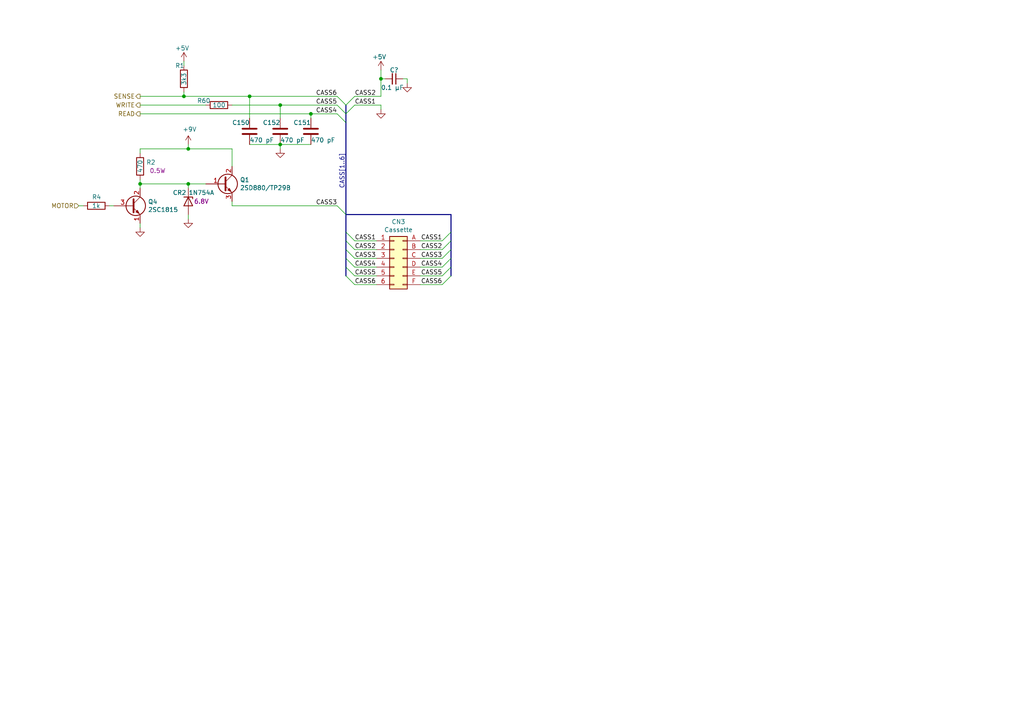
<source format=kicad_sch>
(kicad_sch (version 20231120) (generator "eeschema") (generator_version "8.0")
  (paper "A4")
  (title_block (title "Commodore 64 - Cassette Interface (schematic #251469)") (date "2019-08-11") (rev "0.2") (company "Commodore Business Machines, Inc.") (comment 1 "Based on C64/C64C Service Manual (1992-03) pp. 31-32 [PN-314001-03]") (comment 4 "KiCad schematic capture by Cumbayah! <cumbayah@subetha.dk>"))
  (lib_symbols
    (symbol "C64B-rescue:+5V-power" (power) (pin_names (offset 0))
      (property "Value" "power_+5V" (at 0 3.556 0))
      (symbol "+5V-power_0_1"
        (polyline (pts (xy -0.762 1.27) (xy 0 2.54)))
        (polyline (pts (xy 0 0) (xy 0 2.54)))
        (polyline (pts (xy 0 2.54) (xy 0.762 1.27)))
      )
      (symbol "+5V-power_1_1"
        (pin power_in line (at 0 0 90) (length 0) hide (name "+5V") (number "1"))
      )
    )
    (symbol "C64B-rescue:GND-power" (power) (pin_names (offset 0))
      (property "Value" "power_GND" (at 0 -3.81 0))
      (symbol "GND-power_0_1"
        (polyline (pts (xy 0 0) (xy 0 -1.27) (xy 1.27 -1.27) (xy 0 -2.54) (xy -1.27 -1.27) (xy 0 -1.27)))
      )
      (symbol "GND-power_1_1"
        (pin power_in line (at 0 0 270) (length 0) hide (name "GND") (number "1"))
      )
    )
    (symbol "Connector_Edge:Conn_02x06_Edge" (pin_names (offset 1.016) hide)
      (property "Reference" "J" (at 1.27 7.62 0))
      (property "Value" "Conn_02x06_Edge" (at 1.27 -10.16 0))
      (symbol "Conn_02x06_Edge_1_1"
        (rectangle (start -1.27 -7.493) (end 0 -7.747) (stroke (width 0.1524)))
        (rectangle (start -1.27 -4.953) (end 0 -5.207) (stroke (width 0.1524)))
        (rectangle (start -1.27 -2.413) (end 0 -2.667) (stroke (width 0.1524)))
        (rectangle (start -1.27 0.127) (end 0 -0.127) (stroke (width 0.1524)))
        (rectangle (start -1.27 2.667) (end 0 2.413) (stroke (width 0.1524)))
        (rectangle (start -1.27 5.207) (end 0 4.953) (stroke (width 0.1524)))
        (rectangle (start -1.27 6.35) (end 3.81 -8.89) (stroke (width 0.254)) (fill (type background)))
        (rectangle (start 3.81 -7.493) (end 2.54 -7.747) (stroke (width 0.1524)))
        (rectangle (start 3.81 -4.953) (end 2.54 -5.207) (stroke (width 0.1524)))
        (rectangle (start 3.81 -2.413) (end 2.54 -2.667) (stroke (width 0.1524)))
        (rectangle (start 3.81 0.127) (end 2.54 -0.127) (stroke (width 0.1524)))
        (rectangle (start 3.81 2.667) (end 2.54 2.413) (stroke (width 0.1524)))
        (rectangle (start 3.81 5.207) (end 2.54 4.953) (stroke (width 0.1524)))
        (pin passive line (at -5.08 5.08 0) (length 3.81) (name "Pin_1") (number "1"))
        (pin passive line (at -5.08 2.54 0) (length 3.81) (name "Pin_2") (number "2"))
        (pin passive line (at -5.08 0 0) (length 3.81) (name "Pin_3") (number "3"))
        (pin passive line (at -5.08 -2.54 0) (length 3.81) (name "Pin_4") (number "4"))
        (pin passive line (at -5.08 -5.08 0) (length 3.81) (name "Pin_5") (number "5"))
        (pin passive line (at -5.08 -7.62 0) (length 3.81) (name "Pin_6") (number "6"))
        (pin passive line (at 7.62 5.08 180) (length 3.81) (name "Pin_A") (number "A"))
        (pin passive line (at 7.62 2.54 180) (length 3.81) (name "Pin_B") (number "B"))
        (pin passive line (at 7.62 0 180) (length 3.81) (name "Pin_C") (number "C"))
        (pin passive line (at 7.62 -2.54 180) (length 3.81) (name "Pin_D") (number "D"))
        (pin passive line (at 7.62 -5.08 180) (length 3.81) (name "Pin_E") (number "E"))
        (pin passive line (at 7.62 -7.62 180) (length 3.81) (name "Pin_F") (number "F"))
      )
    )
    (symbol "Device:C" (pin_numbers hide) (pin_names (offset 0.254))
      (property "Reference" "C" (at 0.635 2.54 0))
      (property "Value" "C" (at 0.635 -2.54 0))
      (symbol "C_0_1"
        (polyline (pts (xy -2.032 -0.762) (xy 2.032 -0.762)) (stroke (width 0.508)))
        (polyline (pts (xy -2.032 0.762) (xy 2.032 0.762)) (stroke (width 0.508)))
      )
      (symbol "C_1_1"
        (pin passive line (at 0 3.81 270) (length 2.794) (name "~") (number "1"))
        (pin passive line (at 0 -3.81 90) (length 2.794) (name "~") (number "2"))
      )
    )
    (symbol "Device:C_Small" (pin_numbers hide) (pin_names (offset 0.254) hide)
      (property "Reference" "C" (at 0.254 1.778 0))
      (property "Value" "C_Small" (at 0.254 -2.032 0))
      (symbol "C_Small_0_1"
        (polyline (pts (xy -1.524 -0.508) (xy 1.524 -0.508)) (stroke (width 0.3302)))
        (polyline (pts (xy -1.524 0.508) (xy 1.524 0.508)) (stroke (width 0.3048)))
      )
      (symbol "C_Small_1_1"
        (pin passive line (at 0 2.54 270) (length 2.032) (name "~") (number "1"))
        (pin passive line (at 0 -2.54 90) (length 2.032) (name "~") (number "2"))
      )
    )
    (symbol "Device:D_Zener" (pin_numbers hide) (pin_names (offset 1.016) hide)
      (property "Reference" "D" (at 0 2.54 0))
      (property "Value" "D_Zener" (at 0 -2.54 0))
      (symbol "D_Zener_0_1"
        (polyline (pts (xy 1.27 0) (xy -1.27 0)))
        (polyline (pts (xy -1.27 -1.27) (xy -1.27 1.27) (xy -0.762 1.27)) (stroke (width 0.254)))
        (polyline (pts (xy 1.27 -1.27) (xy 1.27 1.27) (xy -1.27 0) (xy 1.27 -1.27)) (stroke (width 0.254)))
      )
      (symbol "D_Zener_1_1"
        (pin passive line (at -3.81 0 0) (length 2.54) (name "K") (number "1"))
        (pin passive line (at 3.81 0 180) (length 2.54) (name "A") (number "2"))
      )
    )
    (symbol "Device:Q_NPN_BCE" (pin_names (offset 0) hide)
      (property "Reference" "Q" (at 5.08 1.27 0))
      (property "Value" "Q_NPN_BCE" (at 5.08 -1.27 0))
      (symbol "Q_NPN_BCE_0_1"
        (polyline (pts (xy 0.635 0.635) (xy 2.54 2.54)))
        (polyline (pts (xy 0.635 -0.635) (xy 2.54 -2.54) (xy 2.54 -2.54)))
        (polyline (pts (xy 0.635 1.905) (xy 0.635 -1.905) (xy 0.635 -1.905)) (stroke (width 0.508)))
        (polyline (pts (xy 1.27 -1.778) (xy 1.778 -1.27) (xy 2.286 -2.286) (xy 1.27 -1.778) (xy 1.27 -1.778)) (fill (type outline)))
        (circle (center 1.27 0) (radius 2.8194) (stroke (width 0.254)))
      )
      (symbol "Q_NPN_BCE_1_1"
        (pin input line (at -5.08 0 0) (length 5.715) (name "B") (number "1"))
        (pin passive line (at 2.54 5.08 270) (length 2.54) (name "C") (number "2"))
        (pin passive line (at 2.54 -5.08 90) (length 2.54) (name "E") (number "3"))
      )
    )
    (symbol "Device:R" (pin_numbers hide) (pin_names (offset 0))
      (property "Reference" "R" (at 2.032 0 90))
      (property "Value" "R" (at 0 0 90))
      (symbol "R_0_1"
        (rectangle (start -1.016 -2.54) (end 1.016 2.54) (stroke (width 0.254)))
      )
      (symbol "R_1_1"
        (pin passive line (at 0 3.81 270) (length 1.27) (name "~") (number "1"))
        (pin passive line (at 0 -3.81 90) (length 1.27) (name "~") (number "2"))
      )
    )
    (symbol "Transistor_BJT:2SC1815" (pin_names (offset 0) hide)
      (property "Reference" "Q" (at 5.08 1.905 0))
      (property "Value" "2SC1815" (at 5.08 0 0))
      (symbol "2SC1815_0_1"
        (polyline (pts (xy 0 0) (xy 0.508 0)))
        (polyline (pts (xy 0.635 0.635) (xy 2.54 2.54)))
        (polyline (pts (xy 0.635 -0.635) (xy 2.54 -2.54) (xy 2.54 -2.54)))
        (polyline (pts (xy 0.635 1.905) (xy 0.635 -1.905) (xy 0.635 -1.905)) (stroke (width 0.508)))
        (polyline (pts (xy 1.27 -1.778) (xy 1.778 -1.27) (xy 2.286 -2.286) (xy 1.27 -1.778) (xy 1.27 -1.778)) (fill (type outline)))
        (circle (center 1.27 0) (radius 2.8194) (stroke (width 0.254)))
      )
      (symbol "2SC1815_1_1"
        (pin passive line (at 2.54 -5.08 90) (length 2.54) (name "E") (number "1"))
        (pin passive line (at 2.54 5.08 270) (length 2.54) (name "C") (number "2"))
        (pin input line (at -5.08 0 0) (length 5.08) (name "B") (number "3"))
      )
    )
    (symbol "power_more:UNREG+9V" (power) (pin_names (offset 0))
      (property "Value" "UNREG+9V" (at 0 3.556 0))
      (symbol "UNREG+9V_0_1"
        (polyline (pts (xy -0.762 1.27) (xy 0 2.54)))
        (polyline (pts (xy 0 0) (xy 0 2.54)))
        (polyline (pts (xy 0 2.54) (xy 0.762 1.27)))
      )
      (symbol "UNREG+9V_1_1"
        (pin power_in line (at 0 0 90) (length 0) hide (name "+9V") (number "1"))
      )
    )
  )
  (junction (at 81.28 41.91))
  (junction (at 81.28 30.48))
  (junction (at 54.61 53.34))
  (junction (at 53.34 27.94))
  (junction (at 40.64 53.34))
  (junction (at 54.61 43.18))
  (junction (at 72.39 27.94))
  (junction (at 110.49 22.86))
  (junction (at 90.17 33.02))
  (bus_entry (at 97.79 33.02) (size 2.54 2.54))
  (bus_entry (at 130.81 77.47) (size -2.54 2.54))
  (bus_entry (at 97.79 59.69) (size 2.54 2.54))
  (bus_entry (at 100.33 69.85) (size 2.54 2.54))
  (bus_entry (at 130.81 74.93) (size -2.54 2.54))
  (bus_entry (at 100.33 67.31) (size 2.54 2.54))
  (bus_entry (at 100.33 74.93) (size 2.54 2.54))
  (bus_entry (at 130.81 80.01) (size -2.54 2.54))
  (bus_entry (at 130.81 72.39) (size -2.54 2.54))
  (bus_entry (at 97.79 30.48) (size 2.54 2.54))
  (bus_entry (at 100.33 77.47) (size 2.54 2.54))
  (bus_entry (at 130.81 67.31) (size -2.54 2.54))
  (bus_entry (at 100.33 80.01) (size 2.54 2.54))
  (bus_entry (at 102.87 27.94) (size -2.54 2.54))
  (bus_entry (at 130.81 69.85) (size -2.54 2.54))
  (bus_entry (at 100.33 72.39) (size 2.54 2.54))
  (bus_entry (at 102.87 30.48) (size -2.54 2.54))
  (bus_entry (at 97.79 27.94) (size 2.54 2.54))
  (wire (pts (xy 54.61 43.18) (xy 67.31 43.18)))
  (wire (pts (xy 40.64 53.34) (xy 40.64 52.07)))
  (wire (pts (xy 128.27 80.01) (xy 121.92 80.01)))
  (wire (pts (xy 90.17 34.29) (xy 90.17 33.02)))
  (wire (pts (xy 59.69 30.48) (xy 40.64 30.48)))
  (bus (pts (xy 130.81 62.23) (xy 130.81 67.31)))
  (wire (pts (xy 102.87 30.48) (xy 110.49 30.48)))
  (wire (pts (xy 110.49 27.94) (xy 110.49 22.86)))
  (bus (pts (xy 130.81 62.23) (xy 100.33 62.23)))
  (wire (pts (xy 128.27 72.39) (xy 121.92 72.39)))
  (bus (pts (xy 100.33 30.48) (xy 100.33 33.02)))
  (bus (pts (xy 130.81 72.39) (xy 130.81 74.93)))
  (wire (pts (xy 72.39 34.29) (xy 72.39 27.94)))
  (wire (pts (xy 40.64 44.45) (xy 40.64 43.18)))
  (wire (pts (xy 72.39 27.94) (xy 97.79 27.94)))
  (wire (pts (xy 24.13 59.69) (xy 22.86 59.69)))
  (wire (pts (xy 81.28 43.18) (xy 81.28 41.91)))
  (wire (pts (xy 110.49 22.86) (xy 110.49 20.32)))
  (wire (pts (xy 72.39 41.91) (xy 81.28 41.91)))
  (wire (pts (xy 110.49 22.86) (xy 111.76 22.86)))
  (wire (pts (xy 67.31 43.18) (xy 67.31 48.26)))
  (wire (pts (xy 54.61 62.23) (xy 54.61 63.5)))
  (bus (pts (xy 100.33 72.39) (xy 100.33 74.93)))
  (bus (pts (xy 100.33 33.02) (xy 100.33 35.56)))
  (wire (pts (xy 67.31 58.42) (xy 67.31 59.69)))
  (wire (pts (xy 54.61 54.61) (xy 54.61 53.34)))
  (bus (pts (xy 100.33 69.85) (xy 100.33 72.39)))
  (wire (pts (xy 31.75 59.69) (xy 33.02 59.69)))
  (wire (pts (xy 40.64 27.94) (xy 53.34 27.94)))
  (wire (pts (xy 40.64 54.61) (xy 40.64 53.34)))
  (wire (pts (xy 53.34 19.05) (xy 53.34 17.78)))
  (bus (pts (xy 130.81 67.31) (xy 130.81 69.85)))
  (wire (pts (xy 102.87 27.94) (xy 110.49 27.94)))
  (wire (pts (xy 40.64 64.77) (xy 40.64 66.04)))
  (wire (pts (xy 102.87 69.85) (xy 109.22 69.85)))
  (wire (pts (xy 128.27 74.93) (xy 121.92 74.93)))
  (bus (pts (xy 130.81 69.85) (xy 130.81 72.39)))
  (wire (pts (xy 81.28 30.48) (xy 97.79 30.48)))
  (wire (pts (xy 128.27 82.55) (xy 121.92 82.55)))
  (wire (pts (xy 40.64 43.18) (xy 54.61 43.18)))
  (wire (pts (xy 110.49 31.75) (xy 110.49 30.48)))
  (wire (pts (xy 102.87 82.55) (xy 109.22 82.55)))
  (wire (pts (xy 53.34 27.94) (xy 72.39 27.94)))
  (wire (pts (xy 67.31 59.69) (xy 97.79 59.69)))
  (bus (pts (xy 130.81 77.47) (xy 130.81 80.01)))
  (bus (pts (xy 100.33 74.93) (xy 100.33 77.47)))
  (wire (pts (xy 40.64 53.34) (xy 54.61 53.34)))
  (wire (pts (xy 102.87 77.47) (xy 109.22 77.47)))
  (wire (pts (xy 102.87 72.39) (xy 109.22 72.39)))
  (wire (pts (xy 118.11 22.86) (xy 118.11 24.13)))
  (wire (pts (xy 40.64 33.02) (xy 90.17 33.02)))
  (wire (pts (xy 81.28 34.29) (xy 81.28 30.48)))
  (wire (pts (xy 102.87 80.01) (xy 109.22 80.01)))
  (bus (pts (xy 130.81 74.93) (xy 130.81 77.47)))
  (wire (pts (xy 128.27 69.85) (xy 121.92 69.85)))
  (wire (pts (xy 90.17 33.02) (xy 97.79 33.02)))
  (wire (pts (xy 128.27 77.47) (xy 121.92 77.47)))
  (wire (pts (xy 53.34 27.94) (xy 53.34 26.67)))
  (wire (pts (xy 67.31 30.48) (xy 81.28 30.48)))
  (wire (pts (xy 54.61 53.34) (xy 59.69 53.34)))
  (wire (pts (xy 102.87 74.93) (xy 109.22 74.93)))
  (wire (pts (xy 116.84 22.86) (xy 118.11 22.86)))
  (wire (pts (xy 54.61 41.91) (xy 54.61 43.18)))
  (wire (pts (xy 81.28 41.91) (xy 90.17 41.91)))
  (bus (pts (xy 100.33 67.31) (xy 100.33 69.85)))
  (bus (pts (xy 100.33 77.47) (xy 100.33 80.01)))
  (bus (pts (xy 100.33 35.56) (xy 100.33 62.23)))
  (bus (pts (xy 100.33 62.23) (xy 100.33 67.31)))
  (label "CASS5" (at 128.27 80.01 180))
  (label "CASS[1..6]" (at 100.33 54.61 90))
  (label "CASS4" (at 102.87 77.47 0))
  (label "CASS1" (at 102.87 69.85 0))
  (label "CASS5" (at 102.87 80.01 0))
  (label "CASS5" (at 97.79 30.48 180))
  (label "CASS3" (at 128.27 74.93 180))
  (label "CASS4" (at 128.27 77.47 180))
  (label "CASS4" (at 97.79 33.02 180))
  (label "CASS2" (at 102.87 72.39 0))
  (label "CASS6" (at 128.27 82.55 180))
  (label "CASS1" (at 128.27 69.85 180))
  (label "CASS6" (at 97.79 27.94 180))
  (label "CASS6" (at 102.87 82.55 0))
  (label "CASS1" (at 102.87 30.48 0))
  (label "CASS3" (at 97.79 59.69 180))
  (label "CASS3" (at 102.87 74.93 0))
  (label "CASS2" (at 102.87 27.94 0))
  (label "CASS2" (at 128.27 72.39 180))
  (hierarchical_label "READ" (shape output) (at 40.64 33.02 180))
  (hierarchical_label "MOTOR" (shape input) (at 22.86 59.69 180))
  (hierarchical_label "SENSE" (shape output) (at 40.64 27.94 180))
  (hierarchical_label "WRITE" (shape output) (at 40.64 30.48 180))
  (symbol (lib_id "Device:R") (at 53.34 22.86 0) (unit 1)
    (property "Reference" "R1" (at 50.8 19.05 0) (effects (justify left)))
    (property "Value" "3k3" (at 53.34 24.765 90) (effects (justify left)))
    (property "Power Rating" "0.25W" (effects (hide yes)))
    (property "Ohmic Tolerance" "5%" (effects (hide yes)))
  )
  (symbol (lib_id "C64B-rescue:+5V-power") (at 53.34 17.78 0) (unit 1)
    (property "Reference" "#PWR?" (effects (hide yes)))
    (property "Value" "+5V" (at 50.8 13.97 0) (effects (justify left)))
    (instances (project "" (path "" (reference "#PWR?") (unit 1)) (path "" (reference "#PWR?") (unit 1)) (path "" (reference "#PWR0107") (unit 1))))
  )
  (symbol (lib_id "Device:C") (at 81.28 38.1 0) (unit 1)
    (property "Reference" "C152" (at 76.2 35.56 0) (effects (justify left)))
    (property "Value" "470 pF" (at 81.28 40.64 0) (effects (justify left)))
    (property "Type" "Ceramic" (effects (hide yes)))
    (property "Voltage Rating" "50V" (effects (hide yes)))
    (property "Voltage Tolerance" "10%" (effects (hide yes)))
  )
  (symbol (lib_id "Device:C") (at 72.39 38.1 0) (unit 1)
    (property "Reference" "C150" (at 67.31 35.56 0) (effects (justify left)))
    (property "Value" "470 pF" (at 72.39 40.64 0) (effects (justify left)))
    (property "Type" "Ceramic" (effects (hide yes)))
    (property "Voltage Rating" "50V" (effects (hide yes)))
    (property "Voltage Tolerance" "10%" (effects (hide yes)))
  )
  (symbol (lib_id "Device:C") (at 90.17 38.1 0) (unit 1)
    (property "Reference" "C151" (at 85.09 35.56 0) (effects (justify left)))
    (property "Value" "470 pF" (at 90.17 40.64 0) (effects (justify left)))
    (property "Type" "Ceramic" (effects (hide yes)))
    (property "Voltage Rating" "50V" (effects (hide yes)))
    (property "Voltage Tolerance" "10%" (effects (hide yes)))
  )
  (symbol (lib_id "Device:R") (at 27.94 59.69 270) (unit 1)
    (property "Reference" "R4" (at 26.67 57.15 90) (effects (justify left)))
    (property "Value" "1k" (at 26.67 59.69 90) (effects (justify left)))
    (property "Power Rating" "0.25W" (effects (hide yes)))
    (property "Ohmic Tolerance" "5%" (effects (hide yes)))
  )
  (symbol (lib_id "Device:R") (at 40.64 48.26 0) (unit 1)
    (property "Reference" "R2" (at 42.418 47.0916 0) (effects (justify left)))
    (property "Value" "470" (at 40.64 50.165 90) (effects (justify left)))
    (property "Power Rating" "0.5W" (at 45.72 49.53 0))
    (property "Ohmic Tolerance" "5%" (effects (hide yes)))
  )
  (symbol (lib_id "Transistor_BJT:2SC1815") (at 38.1 59.69 0) (unit 1)
    (property "Reference" "Q4" (at 42.926 58.5216 0) (effects (justify left)))
    (property "Value" "2SC1815" (at 42.926 60.833 0) (effects (justify left)))
    (property "Footprint" "Package_TO_SOT_THT:TO-92_Inline" (effects (hide yes)))
    (property "Datasheet" "https://media.digikey.com/pdf/Data%20Sheets/Toshiba%20PDFs/2SC1815.pdf" (effects (hide yes)))
  )
  (symbol (lib_id "Device:D_Zener") (at 54.61 58.42 270) (unit 1)
    (property "Reference" "CR2" (at 52.07 55.88 90))
    (property "Value" "1N754A" (at 58.42 55.88 90))
    (property "Power Rating" "0.5W" (effects (hide yes)))
    (property "Zener Voltage" "6.8V" (at 58.42 58.42 90))
    (property "Type" "Zener" (effects (hide yes)))
  )
  (symbol (lib_id "Device:Q_NPN_BCE") (at 64.77 53.34 0) (unit 1)
    (property "Reference" "Q1" (at 69.596 52.1716 0) (effects (justify left)))
    (property "Value" "2SD880/TP29B" (at 69.596 54.483 0) (effects (justify left)))
    (property "Datasheet" "https://www.el-component.com/bipolar-transistors/2sd880" (effects (hide yes)))
    (property "Substitute" "TIP29A" (effects (hide yes)))
  )
  (symbol (lib_id "power_more:UNREG+9V") (at 54.61 41.91 0) (unit 1)
    (property "Reference" "#PWR0224" (effects (hide yes)))
    (property "Value" "+9V" (at 54.991 37.5158 0))
  )
  (symbol (lib_id "C64B-rescue:GND-power") (at 40.64 66.04 0) (unit 1)
    (property "Reference" "#PWR0225" (effects (hide yes)))
    (property "Value" "GND" (effects (hide yes)))
  )
  (symbol (lib_id "C64B-rescue:GND-power") (at 54.61 63.5 0) (unit 1)
    (property "Reference" "#PWR0226" (effects (hide yes)))
    (property "Value" "GND" (effects (hide yes)))
  )
  (symbol (lib_id "Connector_Edge:Conn_02x06_Edge") (at 114.3 74.93 0) (unit 1)
    (property "Reference" "CN3" (at 115.57 64.3382 0))
    (property "Value" "Cassette" (at 115.57 66.6496 0))
  )
  (symbol (lib_id "C64B-rescue:+5V-power") (at 110.49 20.32 0) (unit 1)
    (property "Reference" "#PWR?" (effects (hide yes)))
    (property "Value" "+5V" (at 107.95 16.51 0) (effects (justify left)))
    (instances (project "" (path "" (reference "#PWR?") (unit 1)) (path "" (reference "#PWR?") (unit 1)) (path "" (reference "#PWR0229") (unit 1))))
  )
  (symbol (lib_id "C64B-rescue:GND-power") (at 118.11 24.13 0) (unit 1)
    (property "Reference" "#PWR?" (effects (hide yes)))
    (property "Value" "GND" (effects (hide yes)))
    (instances (project "" (path "" (reference "#PWR?") (unit 1)) (path "" (reference "#PWR?") (unit 1)) (path "" (reference "#PWR0227") (unit 1))))
  )
  (symbol (lib_id "Device:C_Small") (at 114.3 22.86 270) (unit 1)
    (property "Reference" "C?" (at 113.03 20.32 90) (effects (justify left)))
    (property "Value" "0.1 μF" (at 110.49 25.4 90) (effects (justify left)))
    (property "Type" "Ceramic" (effects (hide yes)))
    (property "Voltage Rating" "25V" (effects (hide yes)))
    (instances (project "" (path "" (reference "C?") (unit 1)) (path "" (reference "C?") (unit 1)) (path "" (reference "C1") (unit 1))))
  )
  (symbol (lib_id "C64B-rescue:GND-power") (at 110.49 31.75 0) (unit 1)
    (property "Reference" "#PWR?" (effects (hide yes)))
    (property "Value" "GND" (effects (hide yes)))
    (instances (project "" (path "" (reference "#PWR?") (unit 1)) (path "" (reference "#PWR?") (unit 1)) (path "" (reference "#PWR0228") (unit 1))))
  )
  (symbol (lib_id "Device:R") (at 63.5 30.48 270) (unit 1)
    (property "Reference" "R60" (at 57.15 29.21 90) (effects (justify left)))
    (property "Value" "100" (at 61.595 30.48 90) (effects (justify left)))
    (property "Power Rating" "0.25W" (effects (hide yes)))
    (property "Ohmic Tolerance" "5%" (effects (hide yes)))
  )
  (symbol (lib_id "C64B-rescue:GND-power") (at 81.28 43.18 0) (unit 1)
    (property "Reference" "#PWR0230" (effects (hide yes)))
    (property "Value" "GND" (effects (hide yes)))
  )
)
</source>
